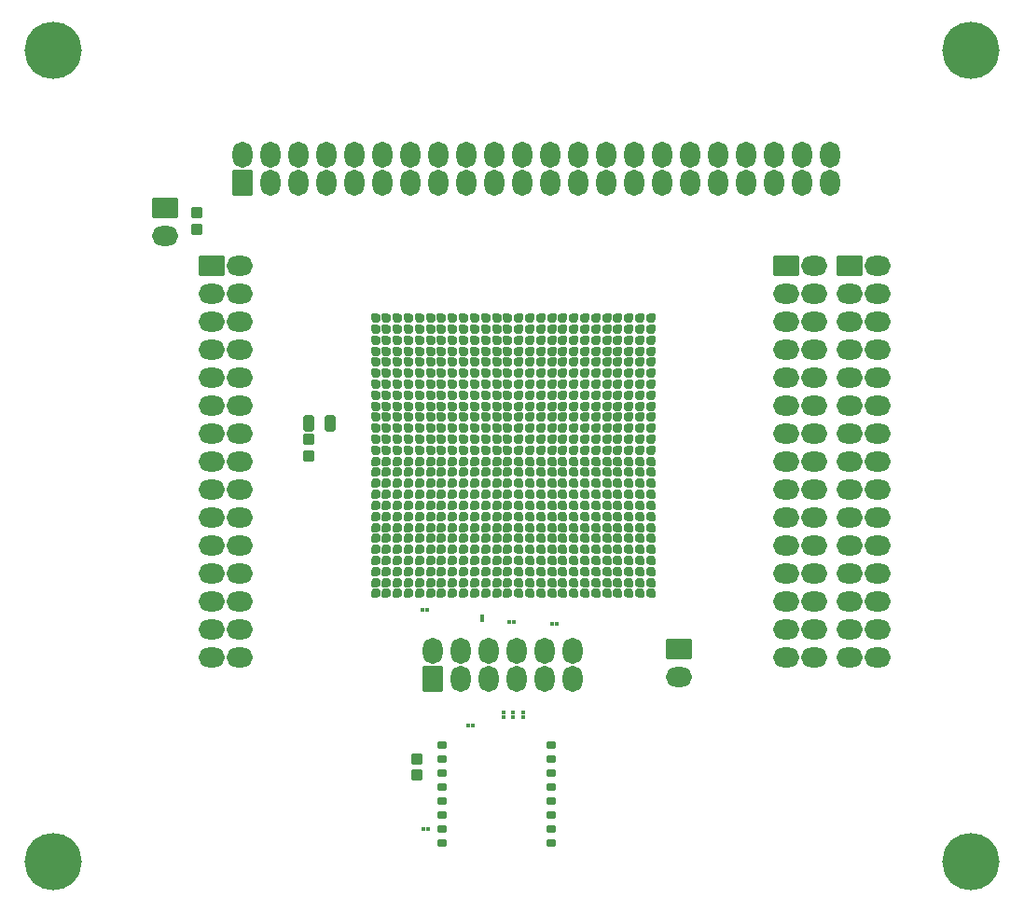
<source format=gbr>
G04 --- HEADER BEGIN --- *
G04 #@! TF.GenerationSoftware,LibrePCB,LibrePCB,1.1.0*
G04 #@! TF.CreationDate,2024-09-08T17:15:58*
G04 #@! TF.ProjectId,flasher,f4b07f79-14a2-4070-9d7d-1f686dcb10c4,v1*
G04 #@! TF.Part,Single*
G04 #@! TF.SameCoordinates*
G04 #@! TF.FileFunction,Soldermask,Top*
G04 #@! TF.FilePolarity,Negative*
%FSLAX66Y66*%
%MOMM*%
G01*
G75*
G04 --- HEADER END --- *
G04 --- APERTURE LIST BEGIN --- *
%AMOUTLINE10*4,1,42,0.09635,-0.500024,0.128987,-0.488145,0.198446,-0.448042,0.225049,-0.425719,0.276604,-0.364279,0.283205,-0.35547,0.383205,-0.20547,0.393502,-0.18546,0.432911,-0.081546,0.439328,-0.050113,0.443803,0.060933,0.439936,0.092782,0.409016,0.199531,0.395263,0.228515,0.332131,0.319978,0.309906,0.343116,0.221059,0.40988,0.192652,0.42479,0.087235,0.459983,0.055568,0.465129,-0.055568,0.465129,-0.087235,0.459983,-0.192652,0.42479,-0.221059,0.40988,-0.309906,0.343116,-0.332131,0.319978,-0.395263,0.228514,-0.409016,0.19953,-0.439936,0.092782,-0.443803,0.060933,-0.439328,-0.050113,-0.432911,-0.081546,-0.393502,-0.18546,-0.383205,-0.20547,-0.283205,-0.35547,-0.276604,-0.364279,-0.225049,-0.425719,-0.198446,-0.448042,-0.128987,-0.488145,-0.09635,-0.500024,-0.017364,-0.513951,0.017364,-0.513951,0.09635,-0.500024,45.0*%
%ADD10OUTLINE10*%
%AMOUTLINE11*4,1,42,0.09635,-0.500024,0.128987,-0.488145,0.198446,-0.448042,0.225049,-0.425719,0.276604,-0.364279,0.283205,-0.35547,0.383205,-0.20547,0.393502,-0.18546,0.432911,-0.081546,0.439328,-0.050113,0.443803,0.060933,0.439936,0.092782,0.409016,0.199531,0.395263,0.228515,0.332131,0.319978,0.309906,0.343116,0.221059,0.40988,0.192652,0.42479,0.087235,0.459983,0.055568,0.465129,-0.055568,0.465129,-0.087235,0.459983,-0.192652,0.42479,-0.221059,0.40988,-0.309906,0.343116,-0.332131,0.319978,-0.395263,0.228514,-0.409016,0.19953,-0.439936,0.092782,-0.443803,0.060933,-0.439328,-0.050113,-0.432911,-0.081546,-0.393502,-0.18546,-0.383205,-0.20547,-0.283205,-0.35547,-0.276604,-0.364279,-0.225049,-0.425719,-0.198446,-0.448042,-0.128987,-0.488145,-0.09635,-0.500024,-0.017364,-0.513951,0.017364,-0.513951,0.09635,-0.500024,135.0*%
%ADD11OUTLINE11*%
%AMOUTLINE12*4,1,42,0.09635,-0.500024,0.128987,-0.488145,0.198446,-0.448042,0.225049,-0.425719,0.276604,-0.364279,0.283205,-0.35547,0.383205,-0.20547,0.393502,-0.18546,0.432911,-0.081546,0.439328,-0.050113,0.443803,0.060933,0.439936,0.092782,0.409016,0.199531,0.395263,0.228515,0.332131,0.319978,0.309906,0.343116,0.221059,0.40988,0.192652,0.42479,0.087235,0.459983,0.055568,0.465129,-0.055568,0.465129,-0.087235,0.459983,-0.192652,0.42479,-0.221059,0.40988,-0.309906,0.343116,-0.332131,0.319978,-0.395263,0.228514,-0.409016,0.19953,-0.439936,0.092782,-0.443803,0.060933,-0.439328,-0.050113,-0.432911,-0.081546,-0.393502,-0.18546,-0.383205,-0.20547,-0.283205,-0.35547,-0.276604,-0.364279,-0.225049,-0.425719,-0.198446,-0.448042,-0.128987,-0.488145,-0.09635,-0.500024,-0.017364,-0.513951,0.017364,-0.513951,0.09635,-0.500024,315.0*%
%ADD12OUTLINE12*%
%AMOUTLINE13*4,1,42,0.09635,-0.500024,0.128987,-0.488145,0.198446,-0.448042,0.225049,-0.425719,0.276604,-0.364279,0.283205,-0.35547,0.383205,-0.20547,0.393502,-0.18546,0.432911,-0.081546,0.439328,-0.050113,0.443803,0.060933,0.439936,0.092782,0.409016,0.199531,0.395263,0.228515,0.332131,0.319978,0.309906,0.343116,0.221059,0.40988,0.192652,0.42479,0.087235,0.459983,0.055568,0.465129,-0.055568,0.465129,-0.087235,0.459983,-0.192652,0.42479,-0.221059,0.40988,-0.309906,0.343116,-0.332131,0.319978,-0.395263,0.228514,-0.409016,0.19953,-0.439936,0.092782,-0.443803,0.060933,-0.439328,-0.050113,-0.432911,-0.081546,-0.393502,-0.18546,-0.383205,-0.20547,-0.283205,-0.35547,-0.276604,-0.364279,-0.225049,-0.425719,-0.198446,-0.448042,-0.128987,-0.488145,-0.09635,-0.500024,-0.017364,-0.513951,0.017364,-0.513951,0.09635,-0.500024,225.0*%
%ADD13OUTLINE13*%
%ADD14O,2.39X1.787*%
%AMROUNDEDRECT15*20,1,1.787,-1.095,0.0,1.095,0.0,0.0*20,1,1.587,-1.195,0.0,1.195,0.0,0.0*1,1,0.2,-1.095,0.7935*1,1,0.2,1.095,0.7935*1,1,0.2,1.095,-0.7935*1,1,0.2,-1.095,-0.7935*%
%ADD15ROUNDEDRECT15*%
%AMROUNDEDRECT16*20,1,0.63,-0.3,0.0,0.3,0.0,0.0*20,1,0.43,-0.4,0.0,0.4,0.0,0.0*1,1,0.2,-0.3,0.215*1,1,0.2,0.3,0.215*1,1,0.2,0.3,-0.215*1,1,0.2,-0.3,-0.215*%
%ADD16ROUNDEDRECT16*%
%AMROUNDEDRECT17*20,1,0.4,-0.1,0.0,0.1,0.0,0.0*20,1,0.2,-0.2,0.0,0.2,0.0,0.0*1,1,0.2,-0.1,0.1*1,1,0.2,0.1,0.1*1,1,0.2,0.1,-0.1*1,1,0.2,-0.1,-0.1*%
%ADD17ROUNDEDRECT17*%
%AMROUNDEDRECT18*20,1,1.0,-0.425,0.0,0.425,0.0,90.0*20,1,0.8,-0.525,0.0,0.525,0.0,90.0*1,1,0.2,-0.4,-0.425*1,1,0.2,-0.4,0.425*1,1,0.2,0.4,0.425*1,1,0.2,0.4,-0.425*%
%ADD18ROUNDEDRECT18*%
%AMROUNDEDRECT19*20,1,0.95,-0.4,0.0,0.4,0.0,0.0*20,1,0.75,-0.5,0.0,0.5,0.0,0.0*1,1,0.2,-0.4,0.375*1,1,0.2,0.4,0.375*1,1,0.2,0.4,-0.375*1,1,0.2,-0.4,-0.375*%
%ADD19ROUNDEDRECT19*%
%ADD20O,1.787X2.39*%
%AMROUNDEDRECT21*20,1,1.787,-1.095,0.0,1.095,0.0,90.0*20,1,1.587,-1.195,0.0,1.195,0.0,90.0*1,1,0.2,-0.7935,-1.095*1,1,0.2,-0.7935,1.095*1,1,0.2,0.7935,1.095*1,1,0.2,0.7935,-1.095*%
%ADD21ROUNDEDRECT21*%
%AMROUNDEDRECT22*20,1,0.95,-0.625,0.0,0.625,0.0,90.0*20,1,0.75,-0.725,0.0,0.725,0.0,90.0*1,1,0.2,-0.375,-0.625*1,1,0.2,-0.375,0.625*1,1,0.2,0.375,0.625*1,1,0.2,0.375,-0.625*%
%ADD22ROUNDEDRECT22*%
%ADD23C,5.2*%
G04 --- APERTURE LIST END --- *
G04 --- BOARD BEGIN --- *
D10*
G04 #@! TO.C,LOGIC1*
X7500000Y-5475500D03*
D11*
X6500000Y10524500D03*
X11500000Y8524500D03*
D12*
X-8500000Y-3475500D03*
D11*
X6500000Y1524500D03*
D13*
X-500000Y10524500D03*
D10*
X12500000Y-8475500D03*
D13*
X-9500000Y2524500D03*
X-1500000Y8524500D03*
D10*
X9500000Y-5475500D03*
D12*
X-3500000Y-2475500D03*
D11*
X10500000Y12524500D03*
D10*
X8500000Y-11475500D03*
D12*
X-11500000Y-6475500D03*
D11*
X4500000Y11524500D03*
D12*
X-6500000Y-11475500D03*
D10*
X6500000Y-12475500D03*
D13*
X-4500000Y8524500D03*
D10*
X1500000Y-1475500D03*
X11500000Y-8475500D03*
X4500000Y-11475500D03*
D13*
X-4500000Y1524500D03*
D10*
X5500000Y-2475500D03*
D13*
X-8500000Y6524500D03*
X-4500000Y524500D03*
X-2500000Y3524500D03*
X-4500000Y11524500D03*
D10*
X7500000Y-7475500D03*
D12*
X-11500000Y-5475500D03*
X-12500000Y-12475500D03*
X-12500000Y-9475500D03*
D13*
X-1500000Y524500D03*
D12*
X-11500000Y-3475500D03*
D10*
X2500000Y-1475500D03*
D12*
X-10500000Y-4475500D03*
D13*
X-10500000Y1524500D03*
D12*
X-500000Y-2475500D03*
D11*
X4500000Y2524500D03*
D13*
X-10500000Y8524500D03*
D11*
X500000Y8524500D03*
D10*
X1500000Y-9475500D03*
D13*
X-11500000Y2524500D03*
D10*
X11500000Y-6475500D03*
D13*
X-8500000Y11524500D03*
X-5500000Y6524500D03*
D11*
X5500000Y12524500D03*
D12*
X-2500000Y-5475500D03*
D13*
X-9500000Y10524500D03*
D12*
X-10500000Y-1475500D03*
D13*
X-1500000Y3524500D03*
D12*
X-7500000Y-8475500D03*
X-5500000Y-7475500D03*
X-3500000Y-12475500D03*
D11*
X1500000Y8524500D03*
D13*
X-2500000Y8524500D03*
X-3500000Y8524500D03*
X-12500000Y7524500D03*
D11*
X3500000Y11524500D03*
D13*
X-12500000Y5524500D03*
D10*
X12500000Y-4475500D03*
D12*
X-6500000Y-6475500D03*
D10*
X9500000Y-1475500D03*
X7500000Y-11475500D03*
X3500000Y-9475500D03*
D12*
X-3500000Y-11475500D03*
D13*
X-2500000Y524500D03*
D12*
X-5500000Y-4475500D03*
D13*
X-4500000Y5524500D03*
D11*
X12500000Y8524500D03*
X2500000Y2524500D03*
X5500000Y5524500D03*
D10*
X2500000Y-6475500D03*
D11*
X6500000Y7524500D03*
D10*
X6500000Y-10475500D03*
D12*
X-11500000Y-11475500D03*
X-10500000Y-7475500D03*
D11*
X10500000Y6524500D03*
D10*
X7500000Y-1475500D03*
D12*
X-6500000Y-5475500D03*
D11*
X5500000Y524500D03*
D10*
X7500000Y-9475500D03*
X10500000Y-10475500D03*
X11500000Y-2475500D03*
X4500000Y-6475500D03*
D13*
X-3500000Y6524500D03*
X-1500000Y9524500D03*
D12*
X-6500000Y-7475500D03*
D11*
X9500000Y11524500D03*
D10*
X5500000Y-12475500D03*
D13*
X-5500000Y8524500D03*
X-6500000Y4524500D03*
X-3500000Y1524500D03*
D11*
X12500000Y11524500D03*
X6500000Y5524500D03*
X8500000Y1524500D03*
D13*
X-10500000Y7524500D03*
D10*
X12500000Y-11475500D03*
D11*
X6500000Y12524500D03*
D13*
X-5500000Y3524500D03*
D10*
X11500000Y-475500D03*
D12*
X-8500000Y-1475500D03*
D10*
X500000Y-9475500D03*
D13*
X-7500000Y9524500D03*
D12*
X-500000Y-12475500D03*
D13*
X-7500000Y3524500D03*
D10*
X11500000Y-7475500D03*
D13*
X-12500000Y12524500D03*
X-6500000Y2524500D03*
D11*
X12500000Y2524500D03*
D12*
X-500000Y-475500D03*
D10*
X10500000Y-5475500D03*
D11*
X5500000Y10524500D03*
D12*
X-5500000Y-12475500D03*
X-4500000Y-6475500D03*
D11*
X7500000Y1524500D03*
D12*
X-7500000Y-6475500D03*
D11*
X8500000Y7524500D03*
X2500000Y11524500D03*
D13*
X-12500000Y10524500D03*
D10*
X12500000Y-9475500D03*
D13*
X-12500000Y1524500D03*
X-2500000Y7524500D03*
D10*
X11500000Y-3475500D03*
D11*
X10500000Y10524500D03*
D10*
X11500000Y-11475500D03*
X10500000Y-7475500D03*
D12*
X-6500000Y-8475500D03*
D13*
X-8500000Y8524500D03*
X-7500000Y8524500D03*
D12*
X-1500000Y-2475500D03*
D10*
X11500000Y-5475500D03*
D12*
X-500000Y-3475500D03*
D11*
X3500000Y10524500D03*
X7500000Y12524500D03*
D13*
X-9500000Y4524500D03*
D10*
X5500000Y-6475500D03*
D12*
X-2500000Y-6475500D03*
X-6500000Y-475500D03*
D10*
X11500000Y-4475500D03*
D13*
X-5500000Y524500D03*
D12*
X-2500000Y-7475500D03*
D11*
X8500000Y10524500D03*
D12*
X-5500000Y-475500D03*
D13*
X-500000Y9524500D03*
D10*
X5500000Y-3475500D03*
D12*
X-5500000Y-1475500D03*
X-1500000Y-5475500D03*
D11*
X4500000Y4524500D03*
D13*
X-7500000Y11524500D03*
D11*
X500000Y3524500D03*
D10*
X7500000Y-2475500D03*
X1500000Y-2475500D03*
X7500000Y-6475500D03*
D13*
X-6500000Y8524500D03*
D11*
X5500000Y1524500D03*
X500000Y2524500D03*
D12*
X-8500000Y-2475500D03*
D11*
X5500000Y11524500D03*
D10*
X5500000Y-5475500D03*
X4500000Y-9475500D03*
D13*
X-1500000Y11524500D03*
D10*
X6500000Y-11475500D03*
D12*
X-4500000Y-11475500D03*
X-6500000Y-4475500D03*
D10*
X5500000Y-475500D03*
X3500000Y-8475500D03*
D13*
X-1500000Y2524500D03*
D12*
X-9500000Y-12475500D03*
D11*
X8500000Y12524500D03*
D10*
X6500000Y-2475500D03*
D12*
X-500000Y-1475500D03*
D10*
X1500000Y-3475500D03*
D11*
X8500000Y8524500D03*
X9500000Y1524500D03*
D10*
X3500000Y-1475500D03*
X3500000Y-12475500D03*
X11500000Y-1475500D03*
D11*
X4500000Y7524500D03*
X1500000Y5524500D03*
X12500000Y524500D03*
D13*
X-4500000Y4524500D03*
X-7500000Y5524500D03*
X-7500000Y4524500D03*
X-8500000Y1524500D03*
D12*
X-500000Y-9475500D03*
X-3500000Y-5475500D03*
D11*
X12500000Y4524500D03*
D12*
X-9500000Y-8475500D03*
X-7500000Y-3475500D03*
D11*
X10500000Y2524500D03*
X9500000Y6524500D03*
D10*
X10500000Y-8475500D03*
D11*
X500000Y524500D03*
D10*
X6500000Y-9475500D03*
D12*
X-2500000Y-4475500D03*
X-10500000Y-5475500D03*
D10*
X5500000Y-4475500D03*
D13*
X-2500000Y5524500D03*
X-9500000Y12524500D03*
X-500000Y524500D03*
D10*
X8500000Y-6475500D03*
D12*
X-4500000Y-9475500D03*
D13*
X-5500000Y7524500D03*
X-500000Y12524500D03*
D11*
X7500000Y10524500D03*
D13*
X-6500000Y10524500D03*
X-5500000Y12524500D03*
D11*
X6500000Y4524500D03*
D12*
X-10500000Y-6475500D03*
D11*
X9500000Y9524500D03*
D12*
X-500000Y-6475500D03*
D10*
X10500000Y-475500D03*
D11*
X3500000Y6524500D03*
D13*
X-500000Y5524500D03*
X-3500000Y10524500D03*
D10*
X4500000Y-10475500D03*
D12*
X-12500000Y-2475500D03*
D11*
X3500000Y5524500D03*
X9500000Y4524500D03*
X4500000Y12524500D03*
D13*
X-4500000Y12524500D03*
X-9500000Y8524500D03*
D12*
X-10500000Y-475500D03*
D10*
X2500000Y-3475500D03*
D13*
X-4500000Y2524500D03*
D10*
X500000Y-7475500D03*
X2500000Y-11475500D03*
D11*
X3500000Y2524500D03*
X10500000Y3524500D03*
D13*
X-11500000Y5524500D03*
D12*
X-500000Y-8475500D03*
D11*
X4500000Y8524500D03*
D10*
X3500000Y-2475500D03*
D13*
X-5500000Y1524500D03*
X-3500000Y2524500D03*
D11*
X7500000Y8524500D03*
D10*
X1500000Y-5475500D03*
D12*
X-6500000Y-9475500D03*
X-4500000Y-2475500D03*
D11*
X500000Y6524500D03*
D12*
X-9500000Y-9475500D03*
D11*
X1500000Y7524500D03*
D13*
X-500000Y8524500D03*
D11*
X5500000Y4524500D03*
D13*
X-1500000Y7524500D03*
D12*
X-4500000Y-7475500D03*
D13*
X-12500000Y524500D03*
D12*
X-4500000Y-8475500D03*
D13*
X-7500000Y1524500D03*
X-8500000Y10524500D03*
D12*
X-3500000Y-9475500D03*
D13*
X-12500000Y3524500D03*
D11*
X10500000Y11524500D03*
X5500000Y7524500D03*
D10*
X9500000Y-3475500D03*
D12*
X-11500000Y-10475500D03*
D10*
X1500000Y-4475500D03*
D11*
X6500000Y2524500D03*
D12*
X-8500000Y-8475500D03*
D10*
X8500000Y-1475500D03*
X500000Y-4475500D03*
D13*
X-1500000Y10524500D03*
D10*
X500000Y-5475500D03*
D13*
X-11500000Y1524500D03*
D12*
X-10500000Y-11475500D03*
D10*
X4500000Y-7475500D03*
D12*
X-1500000Y-9475500D03*
D13*
X-3500000Y524500D03*
D12*
X-5500000Y-9475500D03*
D11*
X1500000Y1524500D03*
D13*
X-4500000Y10524500D03*
X-3500000Y4524500D03*
X-500000Y2524500D03*
D11*
X1500000Y4524500D03*
D13*
X-1500000Y5524500D03*
D12*
X-7500000Y-2475500D03*
X-4500000Y-12475500D03*
D13*
X-3500000Y9524500D03*
D12*
X-7500000Y-475500D03*
D13*
X-2500000Y4524500D03*
D12*
X-7500000Y-4475500D03*
D10*
X2500000Y-7475500D03*
D13*
X-7500000Y524500D03*
X-11500000Y7524500D03*
D11*
X1500000Y524500D03*
X12500000Y10524500D03*
X11500000Y6524500D03*
D12*
X-5500000Y-6475500D03*
X-1500000Y-11475500D03*
D10*
X500000Y-10475500D03*
D11*
X11500000Y1524500D03*
D13*
X-1500000Y6524500D03*
X-6500000Y6524500D03*
D11*
X1500000Y2524500D03*
D12*
X-3500000Y-6475500D03*
D13*
X-11500000Y4524500D03*
D10*
X7500000Y-4475500D03*
X1500000Y-12475500D03*
D12*
X-7500000Y-5475500D03*
D11*
X4500000Y524500D03*
D12*
X-5500000Y-10475500D03*
D13*
X-3500000Y5524500D03*
D12*
X-8500000Y-4475500D03*
D11*
X11500000Y11524500D03*
X7500000Y7524500D03*
D13*
X-500000Y3524500D03*
D10*
X2500000Y-475500D03*
D12*
X-11500000Y-4475500D03*
D13*
X-11500000Y12524500D03*
D10*
X4500000Y-3475500D03*
D12*
X-1500000Y-6475500D03*
D13*
X-2500000Y6524500D03*
D12*
X-6500000Y-2475500D03*
X-1500000Y-7475500D03*
D13*
X-5500000Y9524500D03*
D11*
X500000Y7524500D03*
X7500000Y4524500D03*
X12500000Y9524500D03*
D10*
X12500000Y-475500D03*
D11*
X8500000Y4524500D03*
X11500000Y12524500D03*
X3500000Y8524500D03*
D12*
X-3500000Y-10475500D03*
X-9500000Y-4475500D03*
D11*
X11500000Y9524500D03*
X2500000Y1524500D03*
D13*
X-9500000Y7524500D03*
D12*
X-1500000Y-475500D03*
D10*
X10500000Y-12475500D03*
D12*
X-9500000Y-2475500D03*
X-9500000Y-3475500D03*
X-2500000Y-3475500D03*
X-8500000Y-5475500D03*
D13*
X-3500000Y3524500D03*
D11*
X8500000Y2524500D03*
D13*
X-2500000Y2524500D03*
D10*
X4500000Y-8475500D03*
D12*
X-500000Y-5475500D03*
X-2500000Y-10475500D03*
D11*
X9500000Y5524500D03*
D10*
X2500000Y-2475500D03*
D13*
X-5500000Y11524500D03*
X-6500000Y12524500D03*
X-1500000Y12524500D03*
D10*
X8500000Y-9475500D03*
X4500000Y-5475500D03*
D13*
X-500000Y7524500D03*
D11*
X10500000Y4524500D03*
D10*
X7500000Y-10475500D03*
D11*
X3500000Y12524500D03*
D13*
X-8500000Y5524500D03*
X-4500000Y9524500D03*
D10*
X8500000Y-10475500D03*
X6500000Y-475500D03*
D12*
X-8500000Y-12475500D03*
D13*
X-9500000Y524500D03*
X-8500000Y3524500D03*
D11*
X2500000Y3524500D03*
D10*
X5500000Y-10475500D03*
X7500000Y-8475500D03*
X7500000Y-475500D03*
D11*
X9500000Y12524500D03*
D13*
X-12500000Y4524500D03*
D11*
X12500000Y7524500D03*
D12*
X-7500000Y-9475500D03*
D11*
X10500000Y524500D03*
D10*
X3500000Y-7475500D03*
D13*
X-11500000Y9524500D03*
D11*
X9500000Y10524500D03*
X9500000Y8524500D03*
X12500000Y6524500D03*
D10*
X12500000Y-1475500D03*
X3500000Y-5475500D03*
X500000Y-8475500D03*
X500000Y-2475500D03*
X5500000Y-9475500D03*
D12*
X-500000Y-11475500D03*
D11*
X5500000Y6524500D03*
D13*
X-2500000Y10524500D03*
D10*
X4500000Y-1475500D03*
X11500000Y-10475500D03*
D12*
X-11500000Y-1475500D03*
D13*
X-9500000Y11524500D03*
D12*
X-3500000Y-7475500D03*
D10*
X9500000Y-6475500D03*
D12*
X-5500000Y-3475500D03*
D11*
X6500000Y11524500D03*
X8500000Y5524500D03*
D12*
X-10500000Y-12475500D03*
D10*
X11500000Y-9475500D03*
X6500000Y-3475500D03*
X8500000Y-8475500D03*
X4500000Y-2475500D03*
D11*
X7500000Y2524500D03*
X2500000Y7524500D03*
D12*
X-10500000Y-2475500D03*
D13*
X-10500000Y3524500D03*
D11*
X1500000Y9524500D03*
X12500000Y1524500D03*
D13*
X-2500000Y1524500D03*
D12*
X-4500000Y-4475500D03*
D10*
X6500000Y-8475500D03*
D13*
X-500000Y11524500D03*
X-4500000Y3524500D03*
D10*
X9500000Y-10475500D03*
D11*
X10500000Y9524500D03*
D10*
X3500000Y-4475500D03*
D11*
X9500000Y7524500D03*
X3500000Y3524500D03*
D13*
X-6500000Y3524500D03*
D12*
X-12500000Y-10475500D03*
X-1500000Y-10475500D03*
D13*
X-9500000Y9524500D03*
D12*
X-10500000Y-9475500D03*
D11*
X8500000Y11524500D03*
D13*
X-8500000Y9524500D03*
D10*
X9500000Y-8475500D03*
D13*
X-2500000Y11524500D03*
D10*
X9500000Y-11475500D03*
D12*
X-12500000Y-475500D03*
D13*
X-500000Y4524500D03*
D11*
X10500000Y7524500D03*
D12*
X-3500000Y-3475500D03*
D10*
X10500000Y-2475500D03*
D12*
X-6500000Y-12475500D03*
X-11500000Y-8475500D03*
X-11500000Y-475500D03*
X-7500000Y-12475500D03*
D10*
X8500000Y-5475500D03*
D12*
X-8500000Y-9475500D03*
D13*
X-10500000Y12524500D03*
D11*
X500000Y5524500D03*
X8500000Y3524500D03*
D13*
X-5500000Y4524500D03*
D10*
X8500000Y-4475500D03*
D11*
X7500000Y5524500D03*
D13*
X-6500000Y7524500D03*
D12*
X-2500000Y-12475500D03*
D13*
X-10500000Y5524500D03*
D10*
X8500000Y-475500D03*
D13*
X-10500000Y524500D03*
D10*
X5500000Y-1475500D03*
X10500000Y-3475500D03*
D12*
X-6500000Y-3475500D03*
D13*
X-1500000Y1524500D03*
X-7500000Y6524500D03*
X-3500000Y12524500D03*
D11*
X2500000Y10524500D03*
D10*
X2500000Y-4475500D03*
D13*
X-11500000Y11524500D03*
X-1500000Y4524500D03*
D12*
X-6500000Y-10475500D03*
X-2500000Y-9475500D03*
D10*
X9500000Y-475500D03*
X6500000Y-4475500D03*
D12*
X-5500000Y-5475500D03*
X-1500000Y-12475500D03*
D11*
X500000Y9524500D03*
D10*
X7500000Y-3475500D03*
D11*
X8500000Y524500D03*
X12500000Y3524500D03*
D12*
X-11500000Y-9475500D03*
D11*
X10500000Y1524500D03*
D13*
X-8500000Y524500D03*
X-11500000Y3524500D03*
D11*
X11500000Y524500D03*
X5500000Y2524500D03*
D12*
X-4500000Y-475500D03*
D10*
X6500000Y-6475500D03*
D11*
X6500000Y6524500D03*
D12*
X-8500000Y-7475500D03*
D13*
X-7500000Y12524500D03*
D10*
X6500000Y-5475500D03*
D12*
X-8500000Y-11475500D03*
D11*
X2500000Y6524500D03*
X5500000Y9524500D03*
D10*
X2500000Y-5475500D03*
D13*
X-6500000Y9524500D03*
D12*
X-4500000Y-10475500D03*
D10*
X1500000Y-475500D03*
D13*
X-12500000Y9524500D03*
D11*
X3500000Y7524500D03*
D10*
X1500000Y-10475500D03*
D11*
X7500000Y11524500D03*
X4500000Y10524500D03*
D10*
X8500000Y-12475500D03*
X4500000Y-4475500D03*
X1500000Y-6475500D03*
X3500000Y-11475500D03*
D11*
X8500000Y6524500D03*
X500000Y1524500D03*
D12*
X-9500000Y-6475500D03*
D11*
X4500000Y3524500D03*
X10500000Y5524500D03*
D12*
X-8500000Y-10475500D03*
D10*
X2500000Y-12475500D03*
X9500000Y-12475500D03*
D11*
X3500000Y9524500D03*
D13*
X-7500000Y7524500D03*
D12*
X-500000Y-7475500D03*
D10*
X8500000Y-3475500D03*
D12*
X-9500000Y-475500D03*
D11*
X3500000Y1524500D03*
D12*
X-5500000Y-2475500D03*
X-12500000Y-1475500D03*
D11*
X2500000Y8524500D03*
D10*
X500000Y-6475500D03*
X1500000Y-8475500D03*
D11*
X9500000Y2524500D03*
X11500000Y2524500D03*
D12*
X-9500000Y-1475500D03*
D10*
X3500000Y-3475500D03*
X12500000Y-3475500D03*
X12500000Y-12475500D03*
D12*
X-12500000Y-11475500D03*
D10*
X10500000Y-11475500D03*
D13*
X-5500000Y5524500D03*
X-5500000Y2524500D03*
D10*
X12500000Y-2475500D03*
X12500000Y-6475500D03*
X9500000Y-7475500D03*
D13*
X-10500000Y10524500D03*
D12*
X-1500000Y-8475500D03*
X-4500000Y-3475500D03*
D11*
X6500000Y8524500D03*
D13*
X-10500000Y2524500D03*
D10*
X5500000Y-8475500D03*
D13*
X-6500000Y5524500D03*
X-6500000Y524500D03*
X-11500000Y6524500D03*
D11*
X6500000Y524500D03*
D12*
X-9500000Y-5475500D03*
D11*
X1500000Y6524500D03*
D12*
X-12500000Y-6475500D03*
D10*
X6500000Y-7475500D03*
D11*
X7500000Y9524500D03*
D10*
X7500000Y-12475500D03*
D13*
X-7500000Y10524500D03*
D12*
X-4500000Y-5475500D03*
D10*
X12500000Y-7475500D03*
D13*
X-12500000Y8524500D03*
D11*
X4500000Y1524500D03*
D12*
X-2500000Y-2475500D03*
D11*
X11500000Y5524500D03*
D13*
X-9500000Y3524500D03*
D10*
X8500000Y-7475500D03*
D11*
X11500000Y3524500D03*
D12*
X-2500000Y-8475500D03*
X-7500000Y-10475500D03*
D11*
X1500000Y3524500D03*
D12*
X-7500000Y-1475500D03*
D10*
X12500000Y-10475500D03*
X10500000Y-9475500D03*
D11*
X3500000Y524500D03*
D12*
X-500000Y-10475500D03*
D10*
X4500000Y-475500D03*
D13*
X-9500000Y6524500D03*
X-4500000Y6524500D03*
X-6500000Y1524500D03*
D11*
X1500000Y11524500D03*
X11500000Y4524500D03*
D12*
X-6500000Y-1475500D03*
X-9500000Y-7475500D03*
X-2500000Y-1475500D03*
D13*
X-12500000Y11524500D03*
D12*
X-12500000Y-5475500D03*
D10*
X500000Y-3475500D03*
X10500000Y-4475500D03*
D13*
X-3500000Y7524500D03*
X-2500000Y12524500D03*
D11*
X4500000Y9524500D03*
D10*
X1500000Y-7475500D03*
D11*
X7500000Y524500D03*
D12*
X-7500000Y-7475500D03*
D10*
X9500000Y-4475500D03*
D12*
X-8500000Y-6475500D03*
X-11500000Y-2475500D03*
D11*
X500000Y12524500D03*
D12*
X-1500000Y-1475500D03*
D13*
X-7500000Y2524500D03*
D12*
X-12500000Y-7475500D03*
D13*
X-2500000Y9524500D03*
D11*
X5500000Y8524500D03*
X9500000Y524500D03*
X9500000Y3524500D03*
D10*
X12500000Y-5475500D03*
D11*
X1500000Y10524500D03*
D13*
X-9500000Y1524500D03*
D12*
X-7500000Y-11475500D03*
X-3500000Y-475500D03*
D11*
X6500000Y9524500D03*
D12*
X-2500000Y-475500D03*
D10*
X3500000Y-475500D03*
X3500000Y-10475500D03*
D11*
X11500000Y10524500D03*
D13*
X-8500000Y12524500D03*
D12*
X-4500000Y-1475500D03*
D13*
X-500000Y6524500D03*
D11*
X500000Y10524500D03*
D12*
X-3500000Y-1475500D03*
X-1500000Y-4475500D03*
X-3500000Y-4475500D03*
D11*
X12500000Y12524500D03*
D12*
X-12500000Y-8475500D03*
D11*
X10500000Y8524500D03*
X4500000Y6524500D03*
D13*
X-8500000Y7524500D03*
D11*
X6500000Y3524500D03*
D12*
X-12500000Y-3475500D03*
D13*
X-500000Y1524500D03*
D10*
X8500000Y-2475500D03*
X2500000Y-9475500D03*
D13*
X-11500000Y524500D03*
D10*
X11500000Y-12475500D03*
D12*
X-8500000Y-475500D03*
X-9500000Y-11475500D03*
D11*
X7500000Y6524500D03*
D10*
X4500000Y-12475500D03*
D13*
X-8500000Y2524500D03*
D11*
X11500000Y7524500D03*
D13*
X-10500000Y11524500D03*
D11*
X12500000Y5524500D03*
X500000Y11524500D03*
D10*
X9500000Y-2475500D03*
D13*
X-5500000Y10524500D03*
X-10500000Y6524500D03*
X-11500000Y8524500D03*
D12*
X-9500000Y-10475500D03*
D13*
X-12500000Y2524500D03*
X-6500000Y11524500D03*
X-11500000Y10524500D03*
D11*
X1500000Y12524500D03*
D10*
X500000Y-475500D03*
X5500000Y-11475500D03*
X2500000Y-10475500D03*
D12*
X-12500000Y-4475500D03*
D10*
X3500000Y-6475500D03*
D11*
X3500000Y4524500D03*
D12*
X-5500000Y-8475500D03*
X-3500000Y-8475500D03*
D13*
X-10500000Y4524500D03*
D11*
X2500000Y524500D03*
X500000Y4524500D03*
D12*
X-10500000Y-8475500D03*
D13*
X-3500000Y11524500D03*
D10*
X500000Y-12475500D03*
D12*
X-11500000Y-12475500D03*
D10*
X6500000Y-1475500D03*
D13*
X-10500000Y9524500D03*
D12*
X-1500000Y-3475500D03*
D11*
X8500000Y9524500D03*
D13*
X-9500000Y5524500D03*
X-8500000Y4524500D03*
X-4500000Y7524500D03*
D11*
X5500000Y3524500D03*
D12*
X-2500000Y-11475500D03*
D10*
X9500000Y-9475500D03*
D11*
X2500000Y12524500D03*
D10*
X1500000Y-11475500D03*
D11*
X2500000Y9524500D03*
X7500000Y3524500D03*
D10*
X10500000Y-6475500D03*
D12*
X-11500000Y-7475500D03*
X-5500000Y-11475500D03*
D10*
X5500000Y-7475500D03*
X2500000Y-8475500D03*
D12*
X-10500000Y-3475500D03*
X-10500000Y-10475500D03*
D11*
X2500000Y5524500D03*
X2500000Y4524500D03*
D10*
X500000Y-11475500D03*
D12*
X-500000Y-4475500D03*
D13*
X-12500000Y6524500D03*
D11*
X4500000Y5524500D03*
D10*
X10500000Y-1475500D03*
X500000Y-1475500D03*
D14*
G04 #@! TO.C,J2*
X-24804000Y-10630000D03*
X-24804000Y17310000D03*
X-24804000Y-3010000D03*
X-24804000Y9690000D03*
X-27344000Y-470000D03*
X-27344000Y14770000D03*
X-24804000Y2070000D03*
X-24804000Y12230000D03*
X-24804000Y-8090000D03*
X-24804000Y4610000D03*
X-24804000Y-13170000D03*
X-27344000Y7150000D03*
D15*
X-27344000Y17310000D03*
D14*
X-27344000Y-10630000D03*
X-27344000Y2070000D03*
X-27344000Y-5550000D03*
X-27344000Y4610000D03*
X-27344000Y9690000D03*
X-27344000Y12230000D03*
X-24804000Y14770000D03*
X-24804000Y-15710000D03*
X-27344000Y-18250000D03*
X-27344000Y-3010000D03*
X-24804000Y-18250000D03*
X-24804000Y-470000D03*
X-24804000Y-5550000D03*
X-27344000Y-8090000D03*
X-27344000Y-15710000D03*
X-24804000Y7150000D03*
X-27344000Y-13170000D03*
D16*
G04 #@! TO.C,FLASH1*
X3482000Y-31293000D03*
X3482000Y-30023000D03*
X3482000Y-35103000D03*
X-6418000Y-28753000D03*
X3482000Y-33833000D03*
X3482000Y-32563000D03*
X-6418000Y-30023000D03*
X-6418000Y-27483000D03*
X-6418000Y-35103000D03*
X3482000Y-27483000D03*
X-6418000Y-33833000D03*
X3482000Y-26213000D03*
X-6418000Y-32563000D03*
X-6418000Y-26213000D03*
X-6418000Y-31293000D03*
X3482000Y-28753000D03*
D17*
G04 #@! TO.C,R31*
X0Y-23700000D03*
X0Y-23300000D03*
D14*
G04 #@! TO.C,J4*
X-31589000Y19991000D03*
D15*
X-31589000Y22531000D03*
D17*
G04 #@! TO.C,R32*
X-4080000Y-24500000D03*
X-3680000Y-24500000D03*
D18*
G04 #@! TO.C,C29*
X-28692000Y20613000D03*
X-28692000Y22063000D03*
D14*
G04 #@! TO.C,J6*
X27340000Y-13170000D03*
X27340000Y14770000D03*
X27340000Y2070000D03*
X24800000Y-8090000D03*
X27340000Y12230000D03*
X24800000Y4610000D03*
X27340000Y-15710000D03*
X27340000Y-470000D03*
X24800000Y-3010000D03*
X24800000Y7150000D03*
X24800000Y2070000D03*
X24800000Y12230000D03*
X27340000Y17310000D03*
X27340000Y-8090000D03*
X24800000Y-10630000D03*
X24800000Y-13170000D03*
X27340000Y9690000D03*
X27340000Y-3010000D03*
X24800000Y9690000D03*
X27340000Y-5550000D03*
X24800000Y-470000D03*
X27340000Y-18250000D03*
D15*
X24800000Y17310000D03*
D14*
X24800000Y14770000D03*
X27340000Y7150000D03*
X27340000Y4610000D03*
X24800000Y-18250000D03*
X24800000Y-5550000D03*
X24800000Y-15710000D03*
X27340000Y-10630000D03*
D17*
G04 #@! TO.C,R37*
X-7718000Y-33833000D03*
X-8118000Y-33833000D03*
G04 #@! TO.C,R29*
X910000Y-23300000D03*
X910000Y-23700000D03*
D19*
G04 #@! TO.C,LED1*
X-18536000Y-7972D03*
X-18536000Y1542028D03*
D20*
G04 #@! TO.C,J1*
X26202000Y27340000D03*
X-14438000Y24800000D03*
X-19518000Y27340000D03*
X26202000Y24800000D03*
X-1738000Y24800000D03*
X5882000Y27340000D03*
X-19518000Y24800000D03*
X-4278000Y24800000D03*
X28742000Y27340000D03*
X-16978000Y27340000D03*
X23662000Y27340000D03*
X10962000Y27340000D03*
X13502000Y24800000D03*
D21*
X-24598000Y24800000D03*
D20*
X10962000Y24800000D03*
X16042000Y27340000D03*
X-22058000Y24800000D03*
X5882000Y24800000D03*
X3342000Y27340000D03*
X-24598000Y27340000D03*
X8422000Y27340000D03*
X-6818000Y27340000D03*
X802000Y27340000D03*
X21122000Y27340000D03*
X28742000Y24800000D03*
X-9358000Y24800000D03*
X16042000Y24800000D03*
X-22058000Y27340000D03*
X8422000Y24800000D03*
X-16978000Y24800000D03*
X-11898000Y24800000D03*
X18582000Y24800000D03*
X-1738000Y27340000D03*
X21122000Y24800000D03*
X802000Y24800000D03*
X-4278000Y27340000D03*
X18582000Y27340000D03*
X3342000Y24800000D03*
X-6818000Y24800000D03*
X13502000Y27340000D03*
X-11898000Y27340000D03*
X-9358000Y27340000D03*
X23662000Y24800000D03*
X-14438000Y27340000D03*
D17*
G04 #@! TO.C,R25*
X3560000Y-15210000D03*
X3960000Y-15210000D03*
G04 #@! TO.C,R34*
X-2813000Y-14538000D03*
X-2813000Y-14938000D03*
G04 #@! TO.C,R30*
X-890000Y-23300000D03*
X-890000Y-23700000D03*
D14*
G04 #@! TO.C,J8*
X15040000Y-20070000D03*
D15*
X15040000Y-17530000D03*
D22*
G04 #@! TO.C,R20*
X-16586000Y2942000D03*
X-18536000Y2942000D03*
D17*
G04 #@! TO.C,R26*
X-7854000Y-13928000D03*
X-8254000Y-13928000D03*
G04 #@! TO.C,R33*
X-340000Y-15040000D03*
X60000Y-15040000D03*
D14*
G04 #@! TO.C,J3*
X33070000Y-10630000D03*
X33070000Y17310000D03*
X33070000Y-3010000D03*
X33070000Y9690000D03*
X30530000Y-470000D03*
X30530000Y14770000D03*
X33070000Y2070000D03*
X33070000Y12230000D03*
X33070000Y-8090000D03*
X33070000Y4610000D03*
X33070000Y-13170000D03*
X30530000Y7150000D03*
D15*
X30530000Y17310000D03*
D14*
X30530000Y-10630000D03*
X30530000Y2070000D03*
X30530000Y-5550000D03*
X30530000Y4610000D03*
X30530000Y9690000D03*
X30530000Y12230000D03*
X33070000Y14770000D03*
X33070000Y-15710000D03*
X30530000Y-18250000D03*
X30530000Y-3010000D03*
X33070000Y-18250000D03*
X33070000Y-470000D03*
X33070000Y-5550000D03*
X30530000Y-8090000D03*
X30530000Y-15710000D03*
X33070000Y7150000D03*
X30530000Y-13170000D03*
D20*
G04 #@! TO.C,J5*
X2817000Y-20270000D03*
D21*
X-7343000Y-20270000D03*
D20*
X-4803000Y-17730000D03*
X-2263000Y-20270000D03*
X-7343000Y-17730000D03*
X-4803000Y-20270000D03*
X-2263000Y-17730000D03*
X2817000Y-17730000D03*
X5357000Y-20270000D03*
X5357000Y-17730000D03*
X277000Y-17730000D03*
X277000Y-20270000D03*
D18*
G04 #@! TO.C,C96*
X-8718000Y-28933000D03*
X-8718000Y-27483000D03*
D23*
G04 #@! TD*
X-41775000Y-36825000D03*
X41570000Y36835000D03*
X41570000Y-36825000D03*
X-41775000Y36835000D03*
G04 --- BOARD END --- *
G04 #@! TF.MD5,c726197174938502575fbd3ba693219c*
M02*

</source>
